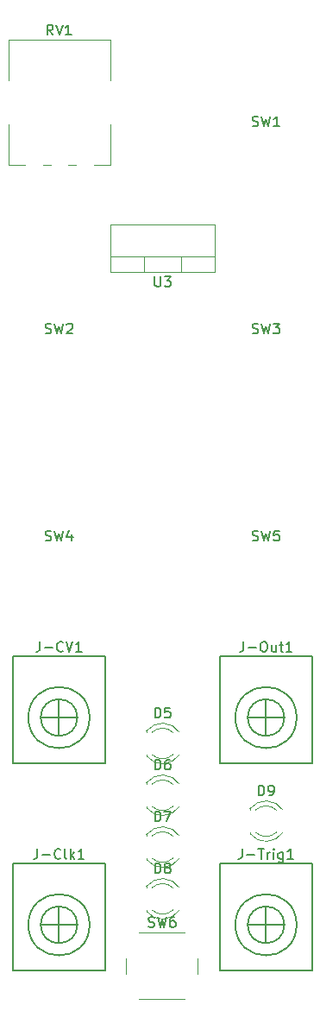
<source format=gbr>
G04 #@! TF.GenerationSoftware,KiCad,Pcbnew,(5.0.0)*
G04 #@! TF.CreationDate,2018-08-20T01:03:39+08:00*
G04 #@! TF.ProjectId,RndSeq,526E645365712E6B696361645F706362,rev?*
G04 #@! TF.SameCoordinates,Original*
G04 #@! TF.FileFunction,Legend,Top*
G04 #@! TF.FilePolarity,Positive*
%FSLAX46Y46*%
G04 Gerber Fmt 4.6, Leading zero omitted, Abs format (unit mm)*
G04 Created by KiCad (PCBNEW (5.0.0)) date 08/20/18 01:03:39*
%MOMM*%
%LPD*%
G01*
G04 APERTURE LIST*
%ADD10C,0.120000*%
%ADD11C,0.150000*%
G04 APERTURE END LIST*
D10*
G04 #@! TO.C,U3*
X152252040Y-82368140D02*
X142012040Y-82368140D01*
X152252040Y-77727140D02*
X142012040Y-77727140D01*
X152252040Y-82368140D02*
X152252040Y-77727140D01*
X142012040Y-82368140D02*
X142012040Y-77727140D01*
X152252040Y-80858140D02*
X142012040Y-80858140D01*
X148982040Y-82368140D02*
X148982040Y-80858140D01*
X145281040Y-82368140D02*
X145281040Y-80858140D01*
G04 #@! TO.C,SW6*
X144830040Y-153686140D02*
X149330040Y-153686140D01*
X143580040Y-149686140D02*
X143580040Y-151186140D01*
X149330040Y-147186140D02*
X144830040Y-147186140D01*
X150580040Y-151186140D02*
X150580040Y-149686140D01*
G04 #@! TO.C,D9*
X158964375Y-135169532D02*
G75*
G03X155732040Y-135012624I-1672335J-1078608D01*
G01*
X158964375Y-137326748D02*
G75*
G02X155732040Y-137483656I-1672335J1078608D01*
G01*
X158333170Y-135168303D02*
G75*
G03X156251079Y-135168140I-1041130J-1079837D01*
G01*
X158333170Y-137327977D02*
G75*
G02X156251079Y-137328140I-1041130J1079837D01*
G01*
X155732040Y-135012140D02*
X155732040Y-135168140D01*
X155732040Y-137328140D02*
X155732040Y-137484140D01*
G04 #@! TO.C,D8*
X145572040Y-144948140D02*
X145572040Y-145104140D01*
X145572040Y-142632140D02*
X145572040Y-142788140D01*
X148173170Y-144947977D02*
G75*
G02X146091079Y-144948140I-1041130J1079837D01*
G01*
X148173170Y-142788303D02*
G75*
G03X146091079Y-142788140I-1041130J-1079837D01*
G01*
X148804375Y-144946748D02*
G75*
G02X145572040Y-145103656I-1672335J1078608D01*
G01*
X148804375Y-142789532D02*
G75*
G03X145572040Y-142632624I-1672335J-1078608D01*
G01*
G04 #@! TO.C,D5*
X148804375Y-127549532D02*
G75*
G03X145572040Y-127392624I-1672335J-1078608D01*
G01*
X148804375Y-129706748D02*
G75*
G02X145572040Y-129863656I-1672335J1078608D01*
G01*
X148173170Y-127548303D02*
G75*
G03X146091079Y-127548140I-1041130J-1079837D01*
G01*
X148173170Y-129707977D02*
G75*
G02X146091079Y-129708140I-1041130J1079837D01*
G01*
X145572040Y-127392140D02*
X145572040Y-127548140D01*
X145572040Y-129708140D02*
X145572040Y-129864140D01*
G04 #@! TO.C,D6*
X148804375Y-132629532D02*
G75*
G03X145572040Y-132472624I-1672335J-1078608D01*
G01*
X148804375Y-134786748D02*
G75*
G02X145572040Y-134943656I-1672335J1078608D01*
G01*
X148173170Y-132628303D02*
G75*
G03X146091079Y-132628140I-1041130J-1079837D01*
G01*
X148173170Y-134787977D02*
G75*
G02X146091079Y-134788140I-1041130J1079837D01*
G01*
X145572040Y-132472140D02*
X145572040Y-132628140D01*
X145572040Y-134788140D02*
X145572040Y-134944140D01*
G04 #@! TO.C,D7*
X148804375Y-137709532D02*
G75*
G03X145572040Y-137552624I-1672335J-1078608D01*
G01*
X148804375Y-139866748D02*
G75*
G02X145572040Y-140023656I-1672335J1078608D01*
G01*
X148173170Y-137708303D02*
G75*
G03X146091079Y-137708140I-1041130J-1079837D01*
G01*
X148173170Y-139867977D02*
G75*
G02X146091079Y-139868140I-1041130J1079837D01*
G01*
X145572040Y-137552140D02*
X145572040Y-137708140D01*
X145572040Y-139868140D02*
X145572040Y-140024140D01*
G04 #@! TO.C,RV1*
X131991040Y-59628140D02*
X142032040Y-59628140D01*
X140382040Y-71868140D02*
X142032040Y-71868140D01*
X137883040Y-71868140D02*
X138642040Y-71868140D01*
X135383040Y-71868140D02*
X136142040Y-71868140D01*
X131991040Y-71868140D02*
X133641040Y-71868140D01*
X142032040Y-63564140D02*
X142032040Y-59628140D01*
X142032040Y-71868140D02*
X142032040Y-67931140D01*
X131991040Y-63564140D02*
X131991040Y-59628140D01*
X131991040Y-71868140D02*
X131991040Y-67931140D01*
D11*
G04 #@! TO.C,J-Out1*
X159092040Y-126088140D02*
G75*
G03X159092040Y-126088140I-1800000J0D01*
G01*
X160298699Y-126088140D02*
G75*
G03X160298699Y-126088140I-3006659J0D01*
G01*
X152792040Y-120088140D02*
X152792040Y-130588140D01*
X161792040Y-120088140D02*
X152792040Y-120088140D01*
X161792040Y-130588140D02*
X161792040Y-120088140D01*
X152792040Y-130588140D02*
X161792040Y-130588140D01*
X157292040Y-124288140D02*
X157292040Y-127888140D01*
X159092040Y-126088140D02*
X155492040Y-126088140D01*
G04 #@! TO.C,J-Clk1*
X138772040Y-146408140D02*
X135172040Y-146408140D01*
X136972040Y-144608140D02*
X136972040Y-148208140D01*
X132472040Y-150908140D02*
X141472040Y-150908140D01*
X141472040Y-150908140D02*
X141472040Y-140408140D01*
X141472040Y-140408140D02*
X132472040Y-140408140D01*
X132472040Y-140408140D02*
X132472040Y-150908140D01*
X139978699Y-146408140D02*
G75*
G03X139978699Y-146408140I-3006659J0D01*
G01*
X138772040Y-146408140D02*
G75*
G03X138772040Y-146408140I-1800000J0D01*
G01*
G04 #@! TO.C,J-CV1*
X138772040Y-126088140D02*
G75*
G03X138772040Y-126088140I-1800000J0D01*
G01*
X139978699Y-126088140D02*
G75*
G03X139978699Y-126088140I-3006659J0D01*
G01*
X132472040Y-120088140D02*
X132472040Y-130588140D01*
X141472040Y-120088140D02*
X132472040Y-120088140D01*
X141472040Y-130588140D02*
X141472040Y-120088140D01*
X132472040Y-130588140D02*
X141472040Y-130588140D01*
X136972040Y-124288140D02*
X136972040Y-127888140D01*
X138772040Y-126088140D02*
X135172040Y-126088140D01*
G04 #@! TO.C,J-Trig1*
X159092040Y-146408140D02*
X155492040Y-146408140D01*
X157292040Y-144608140D02*
X157292040Y-148208140D01*
X152792040Y-150908140D02*
X161792040Y-150908140D01*
X161792040Y-150908140D02*
X161792040Y-140408140D01*
X161792040Y-140408140D02*
X152792040Y-140408140D01*
X152792040Y-140408140D02*
X152792040Y-150908140D01*
X160298699Y-146408140D02*
G75*
G03X160298699Y-146408140I-3006659J0D01*
G01*
X159092040Y-146408140D02*
G75*
G03X159092040Y-146408140I-1800000J0D01*
G01*
G04 #@! TO.C,U3*
X146370135Y-82820520D02*
X146370135Y-83630044D01*
X146417754Y-83725282D01*
X146465373Y-83772901D01*
X146560611Y-83820520D01*
X146751087Y-83820520D01*
X146846325Y-83772901D01*
X146893944Y-83725282D01*
X146941563Y-83630044D01*
X146941563Y-82820520D01*
X147322516Y-82820520D02*
X147941563Y-82820520D01*
X147608230Y-83201473D01*
X147751087Y-83201473D01*
X147846325Y-83249092D01*
X147893944Y-83296711D01*
X147941563Y-83391949D01*
X147941563Y-83630044D01*
X147893944Y-83725282D01*
X147846325Y-83772901D01*
X147751087Y-83820520D01*
X147465373Y-83820520D01*
X147370135Y-83772901D01*
X147322516Y-83725282D01*
G04 #@! TO.C,SW6*
X145746706Y-146590901D02*
X145889563Y-146638520D01*
X146127659Y-146638520D01*
X146222897Y-146590901D01*
X146270516Y-146543282D01*
X146318135Y-146448044D01*
X146318135Y-146352806D01*
X146270516Y-146257568D01*
X146222897Y-146209949D01*
X146127659Y-146162330D01*
X145937182Y-146114711D01*
X145841944Y-146067092D01*
X145794325Y-146019473D01*
X145746706Y-145924235D01*
X145746706Y-145828997D01*
X145794325Y-145733759D01*
X145841944Y-145686140D01*
X145937182Y-145638520D01*
X146175278Y-145638520D01*
X146318135Y-145686140D01*
X146651468Y-145638520D02*
X146889563Y-146638520D01*
X147080040Y-145924235D01*
X147270516Y-146638520D01*
X147508611Y-145638520D01*
X148318135Y-145638520D02*
X148127659Y-145638520D01*
X148032420Y-145686140D01*
X147984801Y-145733759D01*
X147889563Y-145876616D01*
X147841944Y-146067092D01*
X147841944Y-146448044D01*
X147889563Y-146543282D01*
X147937182Y-146590901D01*
X148032420Y-146638520D01*
X148222897Y-146638520D01*
X148318135Y-146590901D01*
X148365754Y-146543282D01*
X148413373Y-146448044D01*
X148413373Y-146209949D01*
X148365754Y-146114711D01*
X148318135Y-146067092D01*
X148222897Y-146019473D01*
X148032420Y-146019473D01*
X147937182Y-146067092D01*
X147889563Y-146114711D01*
X147841944Y-146209949D01*
G04 #@! TO.C,D9*
X156553944Y-133740520D02*
X156553944Y-132740520D01*
X156792040Y-132740520D01*
X156934897Y-132788140D01*
X157030135Y-132883378D01*
X157077754Y-132978616D01*
X157125373Y-133169092D01*
X157125373Y-133311949D01*
X157077754Y-133502425D01*
X157030135Y-133597663D01*
X156934897Y-133692901D01*
X156792040Y-133740520D01*
X156553944Y-133740520D01*
X157601563Y-133740520D02*
X157792040Y-133740520D01*
X157887278Y-133692901D01*
X157934897Y-133645282D01*
X158030135Y-133502425D01*
X158077754Y-133311949D01*
X158077754Y-132930997D01*
X158030135Y-132835759D01*
X157982516Y-132788140D01*
X157887278Y-132740520D01*
X157696801Y-132740520D01*
X157601563Y-132788140D01*
X157553944Y-132835759D01*
X157506325Y-132930997D01*
X157506325Y-133169092D01*
X157553944Y-133264330D01*
X157601563Y-133311949D01*
X157696801Y-133359568D01*
X157887278Y-133359568D01*
X157982516Y-133311949D01*
X158030135Y-133264330D01*
X158077754Y-133169092D01*
G04 #@! TO.C,D8*
X146393944Y-141360520D02*
X146393944Y-140360520D01*
X146632040Y-140360520D01*
X146774897Y-140408140D01*
X146870135Y-140503378D01*
X146917754Y-140598616D01*
X146965373Y-140789092D01*
X146965373Y-140931949D01*
X146917754Y-141122425D01*
X146870135Y-141217663D01*
X146774897Y-141312901D01*
X146632040Y-141360520D01*
X146393944Y-141360520D01*
X147536801Y-140789092D02*
X147441563Y-140741473D01*
X147393944Y-140693854D01*
X147346325Y-140598616D01*
X147346325Y-140550997D01*
X147393944Y-140455759D01*
X147441563Y-140408140D01*
X147536801Y-140360520D01*
X147727278Y-140360520D01*
X147822516Y-140408140D01*
X147870135Y-140455759D01*
X147917754Y-140550997D01*
X147917754Y-140598616D01*
X147870135Y-140693854D01*
X147822516Y-140741473D01*
X147727278Y-140789092D01*
X147536801Y-140789092D01*
X147441563Y-140836711D01*
X147393944Y-140884330D01*
X147346325Y-140979568D01*
X147346325Y-141170044D01*
X147393944Y-141265282D01*
X147441563Y-141312901D01*
X147536801Y-141360520D01*
X147727278Y-141360520D01*
X147822516Y-141312901D01*
X147870135Y-141265282D01*
X147917754Y-141170044D01*
X147917754Y-140979568D01*
X147870135Y-140884330D01*
X147822516Y-140836711D01*
X147727278Y-140789092D01*
G04 #@! TO.C,D5*
X146393944Y-126120520D02*
X146393944Y-125120520D01*
X146632040Y-125120520D01*
X146774897Y-125168140D01*
X146870135Y-125263378D01*
X146917754Y-125358616D01*
X146965373Y-125549092D01*
X146965373Y-125691949D01*
X146917754Y-125882425D01*
X146870135Y-125977663D01*
X146774897Y-126072901D01*
X146632040Y-126120520D01*
X146393944Y-126120520D01*
X147870135Y-125120520D02*
X147393944Y-125120520D01*
X147346325Y-125596711D01*
X147393944Y-125549092D01*
X147489182Y-125501473D01*
X147727278Y-125501473D01*
X147822516Y-125549092D01*
X147870135Y-125596711D01*
X147917754Y-125691949D01*
X147917754Y-125930044D01*
X147870135Y-126025282D01*
X147822516Y-126072901D01*
X147727278Y-126120520D01*
X147489182Y-126120520D01*
X147393944Y-126072901D01*
X147346325Y-126025282D01*
G04 #@! TO.C,D6*
X146393944Y-131200520D02*
X146393944Y-130200520D01*
X146632040Y-130200520D01*
X146774897Y-130248140D01*
X146870135Y-130343378D01*
X146917754Y-130438616D01*
X146965373Y-130629092D01*
X146965373Y-130771949D01*
X146917754Y-130962425D01*
X146870135Y-131057663D01*
X146774897Y-131152901D01*
X146632040Y-131200520D01*
X146393944Y-131200520D01*
X147822516Y-130200520D02*
X147632040Y-130200520D01*
X147536801Y-130248140D01*
X147489182Y-130295759D01*
X147393944Y-130438616D01*
X147346325Y-130629092D01*
X147346325Y-131010044D01*
X147393944Y-131105282D01*
X147441563Y-131152901D01*
X147536801Y-131200520D01*
X147727278Y-131200520D01*
X147822516Y-131152901D01*
X147870135Y-131105282D01*
X147917754Y-131010044D01*
X147917754Y-130771949D01*
X147870135Y-130676711D01*
X147822516Y-130629092D01*
X147727278Y-130581473D01*
X147536801Y-130581473D01*
X147441563Y-130629092D01*
X147393944Y-130676711D01*
X147346325Y-130771949D01*
G04 #@! TO.C,D7*
X146393944Y-136280520D02*
X146393944Y-135280520D01*
X146632040Y-135280520D01*
X146774897Y-135328140D01*
X146870135Y-135423378D01*
X146917754Y-135518616D01*
X146965373Y-135709092D01*
X146965373Y-135851949D01*
X146917754Y-136042425D01*
X146870135Y-136137663D01*
X146774897Y-136232901D01*
X146632040Y-136280520D01*
X146393944Y-136280520D01*
X147298706Y-135280520D02*
X147965373Y-135280520D01*
X147536801Y-136280520D01*
G04 #@! TO.C,RV1*
X136376801Y-59152380D02*
X136043468Y-58676190D01*
X135805373Y-59152380D02*
X135805373Y-58152380D01*
X136186325Y-58152380D01*
X136281563Y-58200000D01*
X136329182Y-58247619D01*
X136376801Y-58342857D01*
X136376801Y-58485714D01*
X136329182Y-58580952D01*
X136281563Y-58628571D01*
X136186325Y-58676190D01*
X135805373Y-58676190D01*
X136662516Y-58152380D02*
X136995849Y-59152380D01*
X137329182Y-58152380D01*
X138186325Y-59152380D02*
X137614897Y-59152380D01*
X137900611Y-59152380D02*
X137900611Y-58152380D01*
X137805373Y-58295238D01*
X137710135Y-58390476D01*
X137614897Y-58438095D01*
G04 #@! TO.C,J-Out1*
X155077754Y-118640520D02*
X155077754Y-119354806D01*
X155030135Y-119497663D01*
X154934897Y-119592901D01*
X154792040Y-119640520D01*
X154696801Y-119640520D01*
X155553944Y-119259568D02*
X156315849Y-119259568D01*
X156982516Y-118640520D02*
X157172992Y-118640520D01*
X157268230Y-118688140D01*
X157363468Y-118783378D01*
X157411087Y-118973854D01*
X157411087Y-119307187D01*
X157363468Y-119497663D01*
X157268230Y-119592901D01*
X157172992Y-119640520D01*
X156982516Y-119640520D01*
X156887278Y-119592901D01*
X156792040Y-119497663D01*
X156744420Y-119307187D01*
X156744420Y-118973854D01*
X156792040Y-118783378D01*
X156887278Y-118688140D01*
X156982516Y-118640520D01*
X158268230Y-118973854D02*
X158268230Y-119640520D01*
X157839659Y-118973854D02*
X157839659Y-119497663D01*
X157887278Y-119592901D01*
X157982516Y-119640520D01*
X158125373Y-119640520D01*
X158220611Y-119592901D01*
X158268230Y-119545282D01*
X158601563Y-118973854D02*
X158982516Y-118973854D01*
X158744420Y-118640520D02*
X158744420Y-119497663D01*
X158792040Y-119592901D01*
X158887278Y-119640520D01*
X158982516Y-119640520D01*
X159839659Y-119640520D02*
X159268230Y-119640520D01*
X159553944Y-119640520D02*
X159553944Y-118640520D01*
X159458706Y-118783378D01*
X159363468Y-118878616D01*
X159268230Y-118926235D01*
G04 #@! TO.C,J-Clk1*
X134852992Y-138960520D02*
X134852992Y-139674806D01*
X134805373Y-139817663D01*
X134710135Y-139912901D01*
X134567278Y-139960520D01*
X134472040Y-139960520D01*
X135329182Y-139579568D02*
X136091087Y-139579568D01*
X137138706Y-139865282D02*
X137091087Y-139912901D01*
X136948230Y-139960520D01*
X136852992Y-139960520D01*
X136710135Y-139912901D01*
X136614897Y-139817663D01*
X136567278Y-139722425D01*
X136519659Y-139531949D01*
X136519659Y-139389092D01*
X136567278Y-139198616D01*
X136614897Y-139103378D01*
X136710135Y-139008140D01*
X136852992Y-138960520D01*
X136948230Y-138960520D01*
X137091087Y-139008140D01*
X137138706Y-139055759D01*
X137710135Y-139960520D02*
X137614897Y-139912901D01*
X137567278Y-139817663D01*
X137567278Y-138960520D01*
X138091087Y-139960520D02*
X138091087Y-138960520D01*
X138186325Y-139579568D02*
X138472040Y-139960520D01*
X138472040Y-139293854D02*
X138091087Y-139674806D01*
X139424420Y-139960520D02*
X138852992Y-139960520D01*
X139138706Y-139960520D02*
X139138706Y-138960520D01*
X139043468Y-139103378D01*
X138948230Y-139198616D01*
X138852992Y-139246235D01*
G04 #@! TO.C,J-CV1*
X135091087Y-118640520D02*
X135091087Y-119354806D01*
X135043468Y-119497663D01*
X134948230Y-119592901D01*
X134805373Y-119640520D01*
X134710135Y-119640520D01*
X135567278Y-119259568D02*
X136329182Y-119259568D01*
X137376801Y-119545282D02*
X137329182Y-119592901D01*
X137186325Y-119640520D01*
X137091087Y-119640520D01*
X136948230Y-119592901D01*
X136852992Y-119497663D01*
X136805373Y-119402425D01*
X136757754Y-119211949D01*
X136757754Y-119069092D01*
X136805373Y-118878616D01*
X136852992Y-118783378D01*
X136948230Y-118688140D01*
X137091087Y-118640520D01*
X137186325Y-118640520D01*
X137329182Y-118688140D01*
X137376801Y-118735759D01*
X137662516Y-118640520D02*
X137995849Y-119640520D01*
X138329182Y-118640520D01*
X139186325Y-119640520D02*
X138614897Y-119640520D01*
X138900611Y-119640520D02*
X138900611Y-118640520D01*
X138805373Y-118783378D01*
X138710135Y-118878616D01*
X138614897Y-118926235D01*
G04 #@! TO.C,J-Trig1*
X154958706Y-138960520D02*
X154958706Y-139674806D01*
X154911087Y-139817663D01*
X154815849Y-139912901D01*
X154672992Y-139960520D01*
X154577754Y-139960520D01*
X155434897Y-139579568D02*
X156196801Y-139579568D01*
X156530135Y-138960520D02*
X157101563Y-138960520D01*
X156815849Y-139960520D02*
X156815849Y-138960520D01*
X157434897Y-139960520D02*
X157434897Y-139293854D01*
X157434897Y-139484330D02*
X157482516Y-139389092D01*
X157530135Y-139341473D01*
X157625373Y-139293854D01*
X157720611Y-139293854D01*
X158053944Y-139960520D02*
X158053944Y-139293854D01*
X158053944Y-138960520D02*
X158006325Y-139008140D01*
X158053944Y-139055759D01*
X158101563Y-139008140D01*
X158053944Y-138960520D01*
X158053944Y-139055759D01*
X158958706Y-139293854D02*
X158958706Y-140103378D01*
X158911087Y-140198616D01*
X158863468Y-140246235D01*
X158768230Y-140293854D01*
X158625373Y-140293854D01*
X158530135Y-140246235D01*
X158958706Y-139912901D02*
X158863468Y-139960520D01*
X158672992Y-139960520D01*
X158577754Y-139912901D01*
X158530135Y-139865282D01*
X158482516Y-139770044D01*
X158482516Y-139484330D01*
X158530135Y-139389092D01*
X158577754Y-139341473D01*
X158672992Y-139293854D01*
X158863468Y-139293854D01*
X158958706Y-139341473D01*
X159958706Y-139960520D02*
X159387278Y-139960520D01*
X159672992Y-139960520D02*
X159672992Y-138960520D01*
X159577754Y-139103378D01*
X159482516Y-139198616D01*
X159387278Y-139246235D01*
G04 #@! TO.C,SW1*
X155958706Y-68072901D02*
X156101563Y-68120520D01*
X156339659Y-68120520D01*
X156434897Y-68072901D01*
X156482516Y-68025282D01*
X156530135Y-67930044D01*
X156530135Y-67834806D01*
X156482516Y-67739568D01*
X156434897Y-67691949D01*
X156339659Y-67644330D01*
X156149182Y-67596711D01*
X156053944Y-67549092D01*
X156006325Y-67501473D01*
X155958706Y-67406235D01*
X155958706Y-67310997D01*
X156006325Y-67215759D01*
X156053944Y-67168140D01*
X156149182Y-67120520D01*
X156387278Y-67120520D01*
X156530135Y-67168140D01*
X156863468Y-67120520D02*
X157101563Y-68120520D01*
X157292040Y-67406235D01*
X157482516Y-68120520D01*
X157720611Y-67120520D01*
X158625373Y-68120520D02*
X158053944Y-68120520D01*
X158339659Y-68120520D02*
X158339659Y-67120520D01*
X158244420Y-67263378D01*
X158149182Y-67358616D01*
X158053944Y-67406235D01*
G04 #@! TO.C,SW4*
X135638706Y-108712901D02*
X135781563Y-108760520D01*
X136019659Y-108760520D01*
X136114897Y-108712901D01*
X136162516Y-108665282D01*
X136210135Y-108570044D01*
X136210135Y-108474806D01*
X136162516Y-108379568D01*
X136114897Y-108331949D01*
X136019659Y-108284330D01*
X135829182Y-108236711D01*
X135733944Y-108189092D01*
X135686325Y-108141473D01*
X135638706Y-108046235D01*
X135638706Y-107950997D01*
X135686325Y-107855759D01*
X135733944Y-107808140D01*
X135829182Y-107760520D01*
X136067278Y-107760520D01*
X136210135Y-107808140D01*
X136543468Y-107760520D02*
X136781563Y-108760520D01*
X136972040Y-108046235D01*
X137162516Y-108760520D01*
X137400611Y-107760520D01*
X138210135Y-108093854D02*
X138210135Y-108760520D01*
X137972040Y-107712901D02*
X137733944Y-108427187D01*
X138352992Y-108427187D01*
G04 #@! TO.C,SW2*
X135638706Y-88392901D02*
X135781563Y-88440520D01*
X136019659Y-88440520D01*
X136114897Y-88392901D01*
X136162516Y-88345282D01*
X136210135Y-88250044D01*
X136210135Y-88154806D01*
X136162516Y-88059568D01*
X136114897Y-88011949D01*
X136019659Y-87964330D01*
X135829182Y-87916711D01*
X135733944Y-87869092D01*
X135686325Y-87821473D01*
X135638706Y-87726235D01*
X135638706Y-87630997D01*
X135686325Y-87535759D01*
X135733944Y-87488140D01*
X135829182Y-87440520D01*
X136067278Y-87440520D01*
X136210135Y-87488140D01*
X136543468Y-87440520D02*
X136781563Y-88440520D01*
X136972040Y-87726235D01*
X137162516Y-88440520D01*
X137400611Y-87440520D01*
X137733944Y-87535759D02*
X137781563Y-87488140D01*
X137876801Y-87440520D01*
X138114897Y-87440520D01*
X138210135Y-87488140D01*
X138257754Y-87535759D01*
X138305373Y-87630997D01*
X138305373Y-87726235D01*
X138257754Y-87869092D01*
X137686325Y-88440520D01*
X138305373Y-88440520D01*
G04 #@! TO.C,SW3*
X155958706Y-88392901D02*
X156101563Y-88440520D01*
X156339659Y-88440520D01*
X156434897Y-88392901D01*
X156482516Y-88345282D01*
X156530135Y-88250044D01*
X156530135Y-88154806D01*
X156482516Y-88059568D01*
X156434897Y-88011949D01*
X156339659Y-87964330D01*
X156149182Y-87916711D01*
X156053944Y-87869092D01*
X156006325Y-87821473D01*
X155958706Y-87726235D01*
X155958706Y-87630997D01*
X156006325Y-87535759D01*
X156053944Y-87488140D01*
X156149182Y-87440520D01*
X156387278Y-87440520D01*
X156530135Y-87488140D01*
X156863468Y-87440520D02*
X157101563Y-88440520D01*
X157292040Y-87726235D01*
X157482516Y-88440520D01*
X157720611Y-87440520D01*
X158006325Y-87440520D02*
X158625373Y-87440520D01*
X158292040Y-87821473D01*
X158434897Y-87821473D01*
X158530135Y-87869092D01*
X158577754Y-87916711D01*
X158625373Y-88011949D01*
X158625373Y-88250044D01*
X158577754Y-88345282D01*
X158530135Y-88392901D01*
X158434897Y-88440520D01*
X158149182Y-88440520D01*
X158053944Y-88392901D01*
X158006325Y-88345282D01*
G04 #@! TO.C,SW5*
X155958706Y-108712901D02*
X156101563Y-108760520D01*
X156339659Y-108760520D01*
X156434897Y-108712901D01*
X156482516Y-108665282D01*
X156530135Y-108570044D01*
X156530135Y-108474806D01*
X156482516Y-108379568D01*
X156434897Y-108331949D01*
X156339659Y-108284330D01*
X156149182Y-108236711D01*
X156053944Y-108189092D01*
X156006325Y-108141473D01*
X155958706Y-108046235D01*
X155958706Y-107950997D01*
X156006325Y-107855759D01*
X156053944Y-107808140D01*
X156149182Y-107760520D01*
X156387278Y-107760520D01*
X156530135Y-107808140D01*
X156863468Y-107760520D02*
X157101563Y-108760520D01*
X157292040Y-108046235D01*
X157482516Y-108760520D01*
X157720611Y-107760520D01*
X158577754Y-107760520D02*
X158101563Y-107760520D01*
X158053944Y-108236711D01*
X158101563Y-108189092D01*
X158196801Y-108141473D01*
X158434897Y-108141473D01*
X158530135Y-108189092D01*
X158577754Y-108236711D01*
X158625373Y-108331949D01*
X158625373Y-108570044D01*
X158577754Y-108665282D01*
X158530135Y-108712901D01*
X158434897Y-108760520D01*
X158196801Y-108760520D01*
X158101563Y-108712901D01*
X158053944Y-108665282D01*
G04 #@! TD*
M02*

</source>
